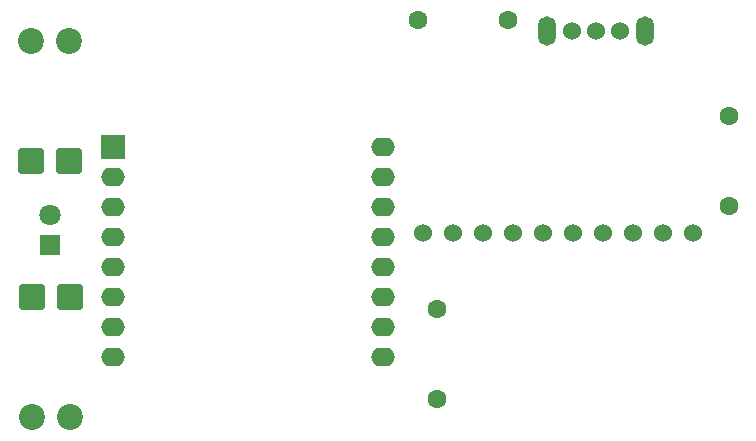
<source format=gbr>
%TF.GenerationSoftware,KiCad,Pcbnew,9.0.2*%
%TF.CreationDate,2025-07-07T21:27:42-04:00*%
%TF.ProjectId,CVISS_IMU_Tracker_Board,43564953-535f-4494-9d55-5f547261636b,rev?*%
%TF.SameCoordinates,Original*%
%TF.FileFunction,Soldermask,Bot*%
%TF.FilePolarity,Negative*%
%FSLAX46Y46*%
G04 Gerber Fmt 4.6, Leading zero omitted, Abs format (unit mm)*
G04 Created by KiCad (PCBNEW 9.0.2) date 2025-07-07 21:27:42*
%MOMM*%
%LPD*%
G01*
G04 APERTURE LIST*
G04 Aperture macros list*
%AMRoundRect*
0 Rectangle with rounded corners*
0 $1 Rounding radius*
0 $2 $3 $4 $5 $6 $7 $8 $9 X,Y pos of 4 corners*
0 Add a 4 corners polygon primitive as box body*
4,1,4,$2,$3,$4,$5,$6,$7,$8,$9,$2,$3,0*
0 Add four circle primitives for the rounded corners*
1,1,$1+$1,$2,$3*
1,1,$1+$1,$4,$5*
1,1,$1+$1,$6,$7*
1,1,$1+$1,$8,$9*
0 Add four rect primitives between the rounded corners*
20,1,$1+$1,$2,$3,$4,$5,0*
20,1,$1+$1,$4,$5,$6,$7,0*
20,1,$1+$1,$6,$7,$8,$9,0*
20,1,$1+$1,$8,$9,$2,$3,0*%
G04 Aperture macros list end*
%ADD10RoundRect,0.249999X-0.850001X0.850001X-0.850001X-0.850001X0.850001X-0.850001X0.850001X0.850001X0*%
%ADD11C,2.200000*%
%ADD12C,1.600000*%
%ADD13R,2.000000X2.000000*%
%ADD14O,2.000000X1.600000*%
%ADD15C,1.530000*%
%ADD16R,1.800000X1.800000*%
%ADD17C,1.800000*%
%ADD18RoundRect,0.249999X0.850001X-0.850001X0.850001X0.850001X-0.850001X0.850001X-0.850001X-0.850001X0*%
%ADD19O,1.500000X2.500000*%
G04 APERTURE END LIST*
D10*
%TO.C,D3*%
X128250000Y-109320000D03*
D11*
X128250000Y-119480000D03*
%TD*%
D12*
%TO.C,R2*%
X165310000Y-85790000D03*
X157690000Y-85790000D03*
%TD*%
D13*
%TO.C,U1*%
X131905000Y-96570000D03*
D14*
X131905000Y-99110000D03*
X131905000Y-101650000D03*
X131905000Y-104190000D03*
X131905000Y-106730000D03*
X131905000Y-109270000D03*
X131905000Y-111810000D03*
X131905000Y-114350000D03*
X154765000Y-114350000D03*
X154765000Y-111810000D03*
X154765000Y-109270000D03*
X154765000Y-106730000D03*
X154765000Y-104190000D03*
X154765000Y-101650000D03*
X154765000Y-99110000D03*
X154765000Y-96570000D03*
%TD*%
D15*
%TO.C,U2*%
X158110000Y-103860000D03*
X160650000Y-103860000D03*
X163190000Y-103860000D03*
X165730000Y-103860000D03*
X168270000Y-103860000D03*
X170810000Y-103860000D03*
X173350000Y-103860000D03*
X175890000Y-103860000D03*
X178430000Y-103860000D03*
X180970000Y-103860000D03*
%TD*%
D16*
%TO.C,D5*%
X126590000Y-104835000D03*
D17*
X126590000Y-102295000D03*
%TD*%
D18*
%TO.C,D1*%
X124950000Y-97790000D03*
D11*
X124950000Y-87630000D03*
%TD*%
D10*
%TO.C,D2*%
X125000000Y-109320000D03*
D11*
X125000000Y-119480000D03*
%TD*%
D12*
%TO.C,R1*%
X184010000Y-101590000D03*
X184010000Y-93970000D03*
%TD*%
%TO.C,R3*%
X159330000Y-117890000D03*
X159330000Y-110270000D03*
%TD*%
D18*
%TO.C,D4*%
X128200000Y-97790000D03*
D11*
X128200000Y-87630000D03*
%TD*%
D15*
%TO.C,SW1*%
X172780000Y-86760000D03*
X170780000Y-86760000D03*
D19*
X168630000Y-86760000D03*
D15*
X174780000Y-86760000D03*
D19*
X176930000Y-86760000D03*
%TD*%
M02*

</source>
